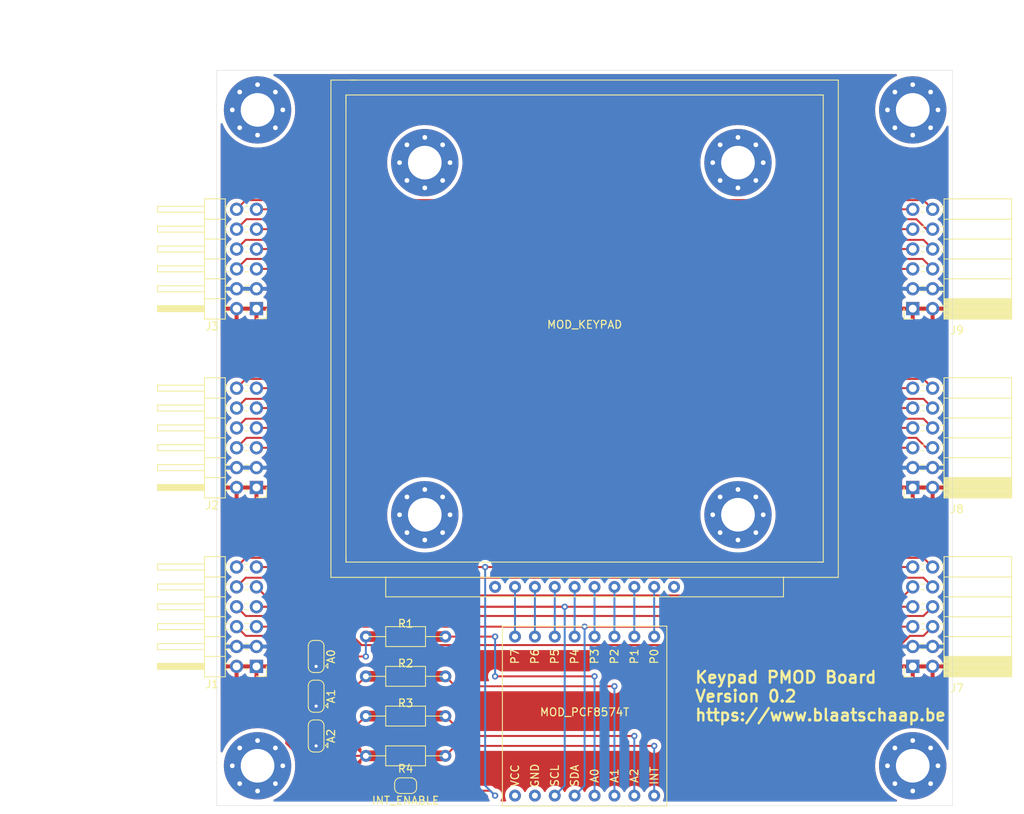
<source format=kicad_pcb>
(kicad_pcb (version 20211014) (generator pcbnew)
  (layers (0 "F.Cu" signal) (31 "B.Cu" signal) (34 "B.Paste" user "B.Plakken") (35 "F.Paste" user "F.Plakken") (36 "B.SilkS" user "B.Silkscreen") (37 "F.SilkS" user "F.Silkscreen") (38 "B.Mask" user) (39 "F.Mask" user "F. masker") (44 "Edge.Cuts" user))
  (net 0 "")
  (net 1 "SCL")
  (net 2 "SDA")
  (net 3 "GND")
  (net 4 "VCC")
  (net 5 "Net-(JP2-Pad2)")
  (net 6 "PMOD_UART_INT")
  (net 7 "PMOD_UART_CTS")
  (net 8 "PMOD_UART_RESER")
  (net 9 "PMOD_UART_TXD")
  (net 10 "PMOD_UART_GPIO3")
  (net 11 "PMOD_UART_RXD")
  (net 12 "PMOD_UART_GPIO4")
  (net 13 "PMOD_UART_RTS")
  (net 14 "PMOD_SPI_INT")
  (net 15 "PMOD_SPI_CS")
  (net 16 "PMOD_SPI_RESET")
  (net 17 "PMOD_SPI_MOSI")
  (net 18 "PMOD_SPI_CS2")
  (net 19 "PMOD_SPI_MISO")
  (net 20 "PMOD_SPI_CS3")
  (net 21 "PMOD_SPI_SCK")
  (net 22 "Net-(U1-Pad16)")
  (net 23 "Net-(U1-Pad15)")
  (net 24 "Net-(U1-Pad14)")
  (net 25 "Net-(U1-Pad13)")
  (net 26 "Net-(U1-Pad12)")
  (net 27 "Net-(U1-Pad11)")
  (net 28 "Net-(U1-Pad10)")
  (net 29 "Net-(U1-Pad9)")
  (net 30 "PMOD_I2C_GPIO1")
  (net 31 "PMOD_I2C_INT")
  (net 32 "PMOD_I2C_GPIO2")
  (net 33 "PMOD_I2C_RESET")
  (net 34 "PMOD_I2C_GPIO3")
  (net 35 "PMOD_I2C_GPIO4")
  (net 36 "INT")
  (net 37 "A0")
  (net 38 "A1")
  (net 39 "Net-(JP3-Pad2)")
  (net 40 "A2")
  (net 41 "Net-(JP4-Pad2)")
  (footprint "Connector_PinHeader_2.54mm:PinHeader_2x06_P2.54mm_Horizontal" (layer "F.Cu") (at 63.5 119.38 180)
    (fp_text reference "J1" (at 5.655 -2.27) (layer "F.SilkS"))
    (fp_text value "Conn_02x06_Odd_Even")
    (pad "1" thru_hole rect (at 0 0 180) (size 1.7 1.7) (drill 1) (layers *.Cu *.Mask) (net 4 "VCC"))
    (pad "2" thru_hole oval (at 2.54 0 180) (size 1.7 1.7) (drill 1) (layers *.Cu *.Mask) (net 4 "VCC"))
    (pad "3" thru_hole oval (at 0 2.54 180) (size 1.7 1.7) (drill 1) (layers *.Cu *.Mask) (net 3 "GND"))
    (pad "4" thru_hole oval (at 2.54 2.54 180) (size 1.7 1.7) (drill 1) (layers *.Cu *.Mask) (net 3 "GND"))
    (pad "5" thru_hole oval (at 0 5.08 180) (size 1.7 1.7) (drill 1) (layers *.Cu *.Mask) (net 2 "SDA"))
    (pad "6" thru_hole oval (at 2.54 5.08 180) (size 1.7 1.7) (drill 1) (layers *.Cu *.Mask) (net 35 "PMOD_I2C_GPIO4"))
    (pad "7" thru_hole oval (at 0 7.62 180) (size 1.7 1.7) (drill 1) (layers *.Cu *.Mask) (net 1 "SCL"))
    (pad "8" thru_hole oval (at 2.54 7.62 180) (size 1.7 1.7) (drill 1) (layers *.Cu *.Mask) (net 34 "PMOD_I2C_GPIO3"))
    (pad "9" thru_hole oval (at 0 10.16 180) (size 1.7 1.7) (drill 1) (layers *.Cu *.Mask) (net 33 "PMOD_I2C_RESET"))
    (pad "10" thru_hole oval (at 2.54 10.16 180) (size 1.7 1.7) (drill 1) (layers *.Cu *.Mask) (net 32 "PMOD_I2C_GPIO2"))
    (pad "11" thru_hole oval (at 0 12.7 180) (size 1.7 1.7) (drill 1) (layers *.Cu *.Mask) (net 31 "PMOD_I2C_INT"))
    (pad "12" thru_hole oval (at 2.54 12.7 180) (size 1.7 1.7) (drill 1) (layers *.Cu *.Mask) (net 30 "PMOD_I2C_GPIO1"))
  )
  (footprint "Connector_PinHeader_2.54mm:PinHeader_2x06_P2.54mm_Horizontal" (layer "F.Cu") (at 63.5 96.52 180)
    (fp_text reference "J2" (at 5.655 -2.27) (layer "F.SilkS"))
    (fp_text value "Conn_02x06_Odd_Even")
    (pad "1" thru_hole rect (at 0 0 180) (size 1.7 1.7) (drill 1) (layers *.Cu *.Mask) (net 4 "VCC"))
    (pad "2" thru_hole oval (at 2.54 0 180) (size 1.7 1.7) (drill 1) (layers *.Cu *.Mask) (net 4 "VCC"))
    (pad "3" thru_hole oval (at 0 2.54 180) (size 1.7 1.7) (drill 1) (layers *.Cu *.Mask) (net 3 "GND"))
    (pad "4" thru_hole oval (at 2.54 2.54 180) (size 1.7 1.7) (drill 1) (layers *.Cu *.Mask) (net 3 "GND"))
    (pad "5" thru_hole oval (at 0 5.08 180) (size 1.7 1.7) (drill 1) (layers *.Cu *.Mask) (net 13 "PMOD_UART_RTS"))
    (pad "6" thru_hole oval (at 2.54 5.08 180) (size 1.7 1.7) (drill 1) (layers *.Cu *.Mask) (net 12 "PMOD_UART_GPIO4"))
    (pad "7" thru_hole oval (at 0 7.62 180) (size 1.7 1.7) (drill 1) (layers *.Cu *.Mask) (net 11 "PMOD_UART_RXD"))
    (pad "8" thru_hole oval (at 2.54 7.62 180) (size 1.7 1.7) (drill 1) (layers *.Cu *.Mask) (net 10 "PMOD_UART_GPIO3"))
    (pad "9" thru_hole oval (at 0 10.16 180) (size 1.7 1.7) (drill 1) (layers *.Cu *.Mask) (net 9 "PMOD_UART_TXD"))
    (pad "10" thru_hole oval (at 2.54 10.16 180) (size 1.7 1.7) (drill 1) (layers *.Cu *.Mask) (net 8 "PMOD_UART_RESER"))
    (pad "11" thru_hole oval (at 0 12.7 180) (size 1.7 1.7) (drill 1) (layers *.Cu *.Mask) (net 7 "PMOD_UART_CTS"))
    (pad "12" thru_hole oval (at 2.54 12.7 180) (size 1.7 1.7) (drill 1) (layers *.Cu *.Mask) (net 6 "PMOD_UART_INT"))
  )
  (footprint "Connector_PinHeader_2.54mm:PinHeader_2x06_P2.54mm_Horizontal" (layer "F.Cu") (at 63.5 73.66 180)
    (fp_text reference "J3" (at 5.655 -2.27) (layer "F.SilkS"))
    (fp_text value "Conn_02x06_Odd_Even")
    (pad "1" thru_hole rect (at 0 0 180) (size 1.7 1.7) (drill 1) (layers *.Cu *.Mask) (net 4 "VCC"))
    (pad "2" thru_hole oval (at 2.54 0 180) (size 1.7 1.7) (drill 1) (layers *.Cu *.Mask) (net 4 "VCC"))
    (pad "3" thru_hole oval (at 0 2.54 180) (size 1.7 1.7) (drill 1) (layers *.Cu *.Mask) (net 3 "GND"))
    (pad "4" thru_hole oval (at 2.54 2.54 180) (size 1.7 1.7) (drill 1) (layers *.Cu *.Mask) (net 3 "GND"))
    (pad "5" thru_hole oval (at 0 5.08 180) (size 1.7 1.7) (drill 1) (layers *.Cu *.Mask) (net 21 "PMOD_SPI_SCK"))
    (pad "6" thru_hole oval (at 2.54 5.08 180) (size 1.7 1.7) (drill 1) (layers *.Cu *.Mask) (net 20 "PMOD_SPI_CS3"))
    (pad "7" thru_hole oval (at 0 7.62 180) (size 1.7 1.7) (drill 1) (layers *.Cu *.Mask) (net 19 "PMOD_SPI_MISO"))
    (pad "8" thru_hole oval (at 2.54 7.62 180) (size 1.7 1.7) (drill 1) (layers *.Cu *.Mask) (net 18 "PMOD_SPI_CS2"))
    (pad "9" thru_hole oval (at 0 10.16 180) (size 1.7 1.7) (drill 1) (layers *.Cu *.Mask) (net 17 "PMOD_SPI_MOSI"))
    (pad "10" thru_hole oval (at 2.54 10.16 180) (size 1.7 1.7) (drill 1) (layers *.Cu *.Mask) (net 16 "PMOD_SPI_RESET"))
    (pad "11" thru_hole oval (at 0 12.7 180) (size 1.7 1.7) (drill 1) (layers *.Cu *.Mask) (net 15 "PMOD_SPI_CS"))
    (pad "12" thru_hole oval (at 2.54 12.7 180) (size 1.7 1.7) (drill 1) (layers *.Cu *.Mask) (net 14 "PMOD_SPI_INT"))
  )
  (footprint "MountingHole:MountingHole_4.3mm_M4_Pad_Via" (layer "F.Cu") (at 63.64 48.26)
    (fp_text reference "H1" hide)
    (fp_text value "MountingHole")
    (pad "1" thru_hole circle (at -2.280419 2.280419) (size 0.9 0.9) (drill 0.6) (layers *.Cu *.Mask))
    (pad "1" thru_hole circle (at -3.225 0) (size 0.9 0.9) (drill 0.6) (layers *.Cu *.Mask))
    (pad "1" thru_hole circle (at 0 -3.225) (size 0.9 0.9) (drill 0.6) (layers *.Cu *.Mask))
    (pad "1" thru_hole circle (at 0 3.225) (size 0.9 0.9) (drill 0.6) (layers *.Cu *.Mask))
    (pad "1" thru_hole circle (at 2.280419 2.280419) (size 0.9 0.9) (drill 0.6) (layers *.Cu *.Mask))
    (pad "1" thru_hole circle (at 3.225 0) (size 0.9 0.9) (drill 0.6) (layers *.Cu *.Mask))
    (pad "1" thru_hole circle (at 2.280419 -2.280419) (size 0.9 0.9) (drill 0.6) (layers *.Cu *.Mask))
    (pad "1" thru_hole circle (at -2.280419 -2.280419) (size 0.9 0.9) (drill 0.6) (layers *.Cu *.Mask))
    (pad "1" thru_hole circle (at 0 0) (size 8.6 8.6) (drill 4.3) (layers *.Cu *.Mask))
  )
  (footprint "MountingHole:MountingHole_4.3mm_M4_Pad_Via" (layer "F.Cu") (at 63.64 132.08)
    (fp_text reference "H2" hide)
    (fp_text value "MountingHole")
    (pad "1" thru_hole circle (at 0 -3.225) (size 0.9 0.9) (drill 0.6) (layers *.Cu *.Mask))
    (pad "1" thru_hole circle (at 0 3.225) (size 0.9 0.9) (drill 0.6) (layers *.Cu *.Mask))
    (pad "1" thru_hole circle (at -3.225 0) (size 0.9 0.9) (drill 0.6) (layers *.Cu *.Mask))
    (pad "1" thru_hole circle (at 3.225 0) (size 0.9 0.9) (drill 0.6) (layers *.Cu *.Mask))
    (pad "1" thru_hole circle (at 0 0) (size 8.6 8.6) (drill 4.3) (layers *.Cu *.Mask))
    (pad "1" thru_hole circle (at -2.280419 -2.280419) (size 0.9 0.9) (drill 0.6) (layers *.Cu *.Mask))
    (pad "1" thru_hole circle (at 2.280419 -2.280419) (size 0.9 0.9) (drill 0.6) (layers *.Cu *.Mask))
    (pad "1" thru_hole circle (at 2.280419 2.280419) (size 0.9 0.9) (drill 0.6) (layers *.Cu *.Mask))
    (pad "1" thru_hole circle (at -2.280419 2.280419) (size 0.9 0.9) (drill 0.6) (layers *.Cu *.Mask))
  )
  (footprint "AvS_Modules:MOD_PCF8574T" (layer "F.Cu") (at 105.41 125.73)
    (fp_text reference "U1" hide)
    (fp_text value "MOD_PCF8574T" (at 0 -0.5) (layer "F.SilkS"))
    (fp_text user "P5" (at -3.81 -7.62 90) (layer "F.SilkS"))
    (fp_text user "A2" (at 6.35 7.62 90) (layer "F.SilkS"))
    (fp_text user "P0" (at 8.89 -7.62 90) (layer "F.SilkS"))
    (fp_text user "SCL" (at -3.81 7.62 90) (layer "F.SilkS"))
    (fp_text user "P7" (at -8.89 -7.62 90) (layer "F.SilkS"))
    (fp_text user "P4" (at -1.27 -7.62 90) (layer "F.SilkS"))
    (fp_text user "P6" (at -6.35 -7.62 90) (layer "F.SilkS"))
    (fp_text user "A1" (at 3.81 7.62 90) (layer "F.SilkS"))
    (fp_text user "A0" (at 1.27 7.62 90) (layer "F.SilkS"))
    (fp_text user "SDA" (at -1.27 7.62 90) (layer "F.SilkS"))
    (fp_text user "P2" (at 3.81 -7.62 90) (layer "F.SilkS"))
    (fp_text user "INT" (at 8.89 7.62 90) (layer "F.SilkS"))
    (fp_text user "GND" (at -6.35 7.62 90) (layer "F.SilkS"))
    (fp_text user "P1" (at 6.35 -7.62 90) (layer "F.SilkS"))
    (fp_text user "P3" (at 1.27 -7.62 90) (layer "F.SilkS"))
    (fp_text user "VCC" (at -8.89 7.62 90) (layer "F.SilkS"))
    (pad "1" thru_hole circle (at -8.89 10.16) (size 1.524 1.524) (drill 0.762) (layers *.Cu *.Mask))
    (pad "2" thru_hole circle (at -6.35 10.16) (size 1.524 1.524) (drill 0.762) (layers *.Cu *.Mask))
    (pad "3" thru_hole circle (at -3.81 10.16) (size 1.524 1.524) (drill 0.762) (layers *.Cu *.Mask) (net 1 "SCL"))
    (pad "4" thru_hole circle (at -1.27 10.16) (size 1.524 1.524) (drill 0.762) (layers *.Cu *.Mask) (net 2 "SDA"))
    (pad "5" thru_hole circle (at 1.27 10.16) (size 1.524 1.524) (drill 0.762) (layers *.Cu *.Mask) (net 37 "A0"))
    (pad "6" thru_hole circle (at 3.81 10.16) (size 1.524 1.524) (drill 0.762) (layers *.Cu *.Mask) (net 38 "A1"))
    (pad "7" thru_hole circle (at 6.35 10.16) (size 1.524 1.524) (drill 0.762) (layers *.Cu *.Mask) (net 40 "A2"))
    (pad "8" thru_hole circle (at 8.89 10.16) (size 1.524 1.524) (drill 0.762) (layers *.Cu *.Mask) (net 36 "INT"))
    (pad "9" thru_hole circle (at 8.89 -10.16) (size 1.524 1.524) (drill 0.762) (layers *.Cu *.Mask) (net 29 "Net-(U1-Pad9)"))
    (pad "10" thru_hole circle (at 6.35 -10.16) (size 1.524 1.524) (drill 0.762) (layers *.Cu *.Mask) (net 28 "Net-(U1-Pad10)"))
    (pad "11" thru_hole circle (at 3.81 -10.16) (size 1.524 1.524) (drill 0.762) (layers *.Cu *.Mask) (net 27 "Net-(U1-Pad11)"))
    (pad "12" thru_hole circle (at 1.27 -10.16) (size 1.524 1.524) (drill 0.762) (layers *.Cu *.Mask) (net 26 "Net-(U1-Pad12)"))
    (pad "13" thru_hole circle (at -1.27 -10.16) (size 1.524 1.524) (drill 0.762) (layers *.Cu *.Mask) (net 25 "Net-(U1-Pad13)"))
    (pad "14" thru_hole circle (at -3.81 -10.16) (size 1.524 1.524) (drill 0.762) (layers *.Cu *.Mask) (net 24 "Net-(U1-Pad14)"))
    (pad "15" thru_hole circle (at -6.35 -10.16) (size 1.524 1.524) (drill 0.762) (layers *.Cu *.Mask) (net 23 "Net-(U1-Pad15)"))
    (pad "16" thru_hole circle (at -8.89 -10.16) (size 1.524 1.524) (drill 0.762) (layers *.Cu *.Mask) (net 22 "Net-(U1-Pad16)"))
  )
  (footprint "AvS_Modules:MOD_KEYPAD" (layer "F.Cu") (at 105.41 76.2)
    (fp_text reference "U3" hide)
    (fp_text value "MOD_KEYPAD" (at 0 -0.5) (layer "F.SilkS"))
    (pad "1" thru_hole circle locked (at -11.43 33.02) (size 1.524 1.524) (drill 0.762) (layers *.Cu *.Mask))
    (pad "2" thru_hole circle locked (at -8.89 33.02) (size 1.524 1.524) (drill 0.762) (layers *.Cu *.Mask) (net 22 "Net-(U1-Pad16)"))
    (pad "3" thru_hole circle locked (at -6.35 33.02) (size 1.524 1.524) (drill 0.762) (layers *.Cu *.Mask) (net 23 "Net-(U1-Pad15)"))
    (pad "4" thru_hole circle locked (at -3.81 33.02) (size 1.524 1.524) (drill 0.762) (layers *.Cu *.Mask) (net 24 "Net-(U1-Pad14)"))
    (pad "5" thru_hole circle locked (at -1.27 33.02) (size 1.524 1.524) (drill 0.762) (layers *.Cu *.Mask) (net 25 "Net-(U1-Pad13)"))
    (pad "6" thru_hole circle locked (at 1.27 33.02) (size 1.524 1.524) (drill 0.762) (layers *.Cu *.Mask) (net 26 "Net-(U1-Pad12)"))
    (pad "7" thru_hole circle locked (at 3.81 33.02) (size 1.524 1.524) (drill 0.762) (layers *.Cu *.Mask) (net 27 "Net-(U1-Pad11)"))
    (pad "8" thru_hole circle locked (at 6.35 33.02) (size 1.524 1.524) (drill 0.762) (layers *.Cu *.Mask) (net 28 "Net-(U1-Pad10)"))
    (pad "9" thru_hole circle locked (at 8.89 33.02) (size 1.524 1.524) (drill 0.762) (layers *.Cu *.Mask) (net 29 "Net-(U1-Pad9)"))
    (pad "10" thru_hole circle locked (at 11.43 33.02) (size 1.524 1.524) (drill 0.762) (layers *.Cu *.Mask))
  )
  (footprint "AvS_Combine_THT_SMD:R_SMD0805_THT4E" (layer "F.Cu") (at 82.55 115.57)
    (fp_text reference "R1" (at 0 -1.65) (layer "F.SilkS"))
    (fp_text value "R_Small")
    (fp_poly (pts (xy 5.08 0.635) (xy 1.27 0.635) (xy 1.27 -0.635) (xy 5.08 -0.635)) (layer "F.Cu") (width 0.1) (fill solid))
    (fp_poly (pts (xy -1.27 0.635) (xy -5.08 0.635) (xy -5.08 -0.635) (xy -1.27 -0.635)) (layer "F.Cu") (width 0.1) (fill solid))
    (pad "1" smd roundrect locked (at -1 0) (size 1.2 1.4) (layers "F.Cu" "F.Paste" "F.Mask") (roundrect_rratio 0.2083325) (net 5 "Net-(JP2-Pad2)"))
    (pad "1" thru_hole circle locked (at -5.08 0) (size 1.524 1.524) (drill 0.762) (layers *.Cu *.Mask) (net 5 "Net-(JP2-Pad2)"))
    (pad "2" smd roundrect locked (at 1 0) (size 1.2 1.4) (layers "F.Cu" "F.Paste" "F.Mask") (roundrect_rratio 0.2083325) (net 37 "A0"))
    (pad "2" thru_hole circle locked (at 5.08 0) (size 1.524 1.524) (drill 0.762) (layers *.Cu *.Mask) (net 37 "A0"))
  )
  (footprint "AvS_Combine_THT_SMD:R_SMD0805_THT4E" (layer "F.Cu") (at 82.55 120.65)
    (fp_text reference "R2" (at 0 -1.65) (layer "F.SilkS"))
    (fp_text value "R_Small")
    (fp_poly (pts (xy -1.27 0.635) (xy -5.08 0.635) (xy -5.08 -0.635) (xy -1.27 -0.635)) (layer "F.Cu") (width 0.1) (fill solid))
    (fp_poly (pts (xy 5.08 0.635) (xy 1.27 0.635) (xy 1.27 -0.635) (xy 5.08 -0.635)) (layer "F.Cu") (width 0.1) (fill solid))
    (pad "1" thru_hole circle locked (at -5.08 0) (size 1.524 1.524) (drill 0.762) (layers *.Cu *.Mask) (net 39 "Net-(JP3-Pad2)"))
    (pad "1" smd roundrect locked (at -1 0) (size 1.2 1.4) (layers "F.Cu" "F.Paste" "F.Mask") (roundrect_rratio 0.2083325) (net 39 "Net-(JP3-Pad2)"))
    (pad "2" smd roundrect locked (at 1 0) (size 1.2 1.4) (layers "F.Cu" "F.Paste" "F.Mask") (roundrect_rratio 0.2083325) (net 38 "A1"))
    (pad "2" thru_hole circle locked (at 5.08 0) (size 1.524 1.524) (drill 0.762) (layers *.Cu *.Mask) (net 38 "A1"))
  )
  (footprint "AvS_Combine_THT_SMD:R_SMD0805_THT4E" (layer "F.Cu") (at 82.55 125.73)
    (fp_text reference "R3" (at 0 -1.65) (layer "F.SilkS"))
    (fp_text value "R_Small")
    (fp_poly (pts (xy 5.08 0.635) (xy 1.27 0.635) (xy 1.27 -0.635) (xy 5.08 -0.635)) (layer "F.Cu") (width 0.1) (fill solid))
    (fp_poly (pts (xy -1.27 0.635) (xy -5.08 0.635) (xy -5.08 -0.635) (xy -1.27 -0.635)) (layer "F.Cu") (width 0.1) (fill solid))
    (pad "1" thru_hole circle locked (at -5.08 0) (size 1.524 1.524) (drill 0.762) (layers *.Cu *.Mask) (net 41 "Net-(JP4-Pad2)"))
    (pad "1" smd roundrect locked (at -1 0) (size 1.2 1.4) (layers "F.Cu" "F.Paste" "F.Mask") (roundrect_rratio 0.2083325) (net 41 "Net-(JP4-Pad2)"))
    (pad "2" thru_hole circle locked (at 5.08 0) (size 1.524 1.524) (drill 0.762) (layers *.Cu *.Mask) (net 40 "A2"))
    (pad "2" smd roundrect locked (at 1 0) (size 1.2 1.4) (layers "F.Cu" "F.Paste" "F.Mask") (roundrect_rratio 0.2083325) (net 40 "A2"))
  )
  (footprint "AvS_Combine_THT_SMD:R_SMD0805_THT4E" (layer "F.Cu") (at 82.55 130.81 180)
    (fp_text reference "R4" (at 0 -1.65) (layer "F.SilkS"))
    (fp_text value "R_Small")
    (fp_poly (pts (xy 5.08 0.635) (xy 1.27 0.635) (xy 1.27 -0.635) (xy 5.08 -0.635)) (layer "F.Cu") (width 0.1) (fill solid))
    (fp_poly (pts (xy -1.27 0.635) (xy -5.08 0.635) (xy -5.08 -0.635) (xy -1.27 -0.635)) (layer "F.Cu") (width 0.1) (fill solid))
    (pad "1" thru_hole circle locked (at -5.08 0 180) (size 1.524 1.524) (drill 0.762) (layers *.Cu *.Mask) (net 36 "INT"))
    (pad "1" smd roundrect locked (at -1 0 180) (size 1.2 1.4) (layers "F.Cu" "F.Paste" "F.Mask") (roundrect_rratio 0.2083325) (net 36 "INT"))
    (pad "2" smd roundrect locked (at 1 0 180) (size 1.2 1.4) (layers "F.Cu" "F.Paste" "F.Mask") (roundrect_rratio 0.2083325) (net 4 "VCC"))
    (pad "2" thru_hole circle locked (at 5.08 0 180) (size 1.524 1.524) (drill 0.762) (layers *.Cu *.Mask) (net 4 "VCC"))
  )
  (footprint "Jumper:SolderJumper-3_P1.3mm_Open_RoundedPad1.0x1.5mm" (layer "F.Cu") (at 71.12 118.11 90)
    (fp_text reference "JP2" hide)
    (fp_text value "A0" (at 0 1.9 90) (layer "F.SilkS"))
    (pad "1" smd custom (at -1.3 0 90) (size 1 0.5) (layers "F.Cu" "F.Mask") (net 3 "GND") (options (clearance outline) (anchor rect)) (primitives (gr_circle (center 0 0.25) (end 0.5 0.25) (width 0) (fill yes)) (gr_circle (center 0 -0.25) (end 0.5 -0.25) (width 0) (fill yes)) (gr_poly (pts (xy 0.55 0.75) (xy 0 0.75) (xy 0 -0.75) (xy 0.55 -0.75)) (width 0) (fill yes))))
    (pad "2" smd rect (at 0 0 90) (size 1 1.5) (layers "F.Cu" "F.Mask") (net 5 "Net-(JP2-Pad2)"))
    (pad "3" smd custom (at 1.3 0 90) (size 1 0.5) (layers "F.Cu" "F.Mask") (net 4 "VCC") (options (clearance outline) (anchor rect)) (primitives (gr_circle (center 0 0.25) (end 0.5 0.25) (width 0) (fill yes)) (gr_circle (center 0 -0.25) (end 0.5 -0.25) (width 0) (fill yes)) (gr_poly (pts (xy 0 0.75) (xy -0.55 0.75) (xy -0.55 -0.75) (xy 0 -0.75)) (width 0) (fill yes))))
  )
  (footprint "Jumper:SolderJumper-3_P1.3mm_Open_RoundedPad1.0x1.5mm" (layer "F.Cu") (at 71.12 123.19 90)
    (fp_text reference "JP3" hide)
    (fp_text value "A1" (at 0 1.9 90) (layer "F.SilkS"))
    (pad "1" smd custom (at -1.3 0 90) (size 1 0.5) (layers "F.Cu" "F.Mask") (net 3 "GND") (options (clearance outline) (anchor rect)) (primitives (gr_circle (center 0 0.25) (end 0.5 0.25) (width 0) (fill yes)) (gr_circle (center 0 -0.25) (end 0.5 -0.25) (width 0) (fill yes)) (gr_poly (pts (xy 0.55 0.75) (xy 0 0.75) (xy 0 -0.75) (xy 0.55 -0.75)) (width 0) (fill yes))))
    (pad "2" smd rect (at 0 0 90) (size 1 1.5) (layers "F.Cu" "F.Mask") (net 39 "Net-(JP3-Pad2)"))
    (pad "3" smd custom (at 1.3 0 90) (size 1 0.5) (layers "F.Cu" "F.Mask") (net 4 "VCC") (options (clearance outline) (anchor rect)) (primitives (gr_circle (center 0 0.25) (end 0.5 0.25) (width 0) (fill yes)) (gr_circle (center 0 -0.25) (end 0.5 -0.25) (width 0) (fill yes)) (gr_poly (pts (xy 0 0.75) (xy -0.55 0.75) (xy -0.55 -0.75) (xy 0 -0.75)) (width 0) (fill yes))))
  )
  (footprint "Jumper:SolderJumper-3_P1.3mm_Open_RoundedPad1.0x1.5mm" (layer "F.Cu") (at 71.12 128.27 90)
    (fp_text reference "JP4" hide)
    (fp_text value "A2" (at 0 1.9 90) (layer "F.SilkS"))
    (pad "1" smd custom (at -1.3 0 90) (size 1 0.5) (layers "F.Cu" "F.Mask") (net 3 "GND") (options (clearance outline) (anchor rect)) (primitives (gr_circle (center 0 0.25) (end 0.5 0.25) (width 0) (fill yes)) (gr_circle (center 0 -0.25) (end 0.5 -0.25) (width 0) (fill yes)) (gr_poly (pts (xy 0.55 0.75) (xy 0 0.75) (xy 0 -0.75) (xy 0.55 -0.75)) (width 0) (fill yes))))
    (pad "2" smd rect (at 0 0 90) (size 1 1.5) (layers "F.Cu" "F.Mask") (net 41 "Net-(JP4-Pad2)"))
    (pad "3" smd custom (at 1.3 0 90) (size 1 0.5) (layers "F.Cu" "F.Mask") (net 4 "VCC") (options (clearance outline) (anchor rect)) (primitives (gr_circle (center 0 0.25) (end 0.5 0.25) (width 0) (fill yes)) (gr_circle (center 0 -0.25) (end 0.5 -0.25) (width 0) (fill yes)) (gr_poly (pts (xy 0 0.75) (xy -0.55 0.75) (xy -0.55 -0.75) (xy 0 -0.75)) (width 0) (fill yes))))
  )
  (footprint "Connector_PinSocket_2.54mm:PinSocket_2x06_P2.54mm_Horizontal" (layer "F.Cu") (at 147.32 73.66 180)
    (fp_text reference "J9" (at -5.65 -2.77) (layer "F.SilkS"))
    (fp_text value "Conn_02x06_Odd_Even")
    (pad "1" thru_hole rect (at 0 0 180) (size 1.7 1.7) (drill 1) (layers *.Cu *.Mask) (net 4 "VCC"))
    (pad "2" thru_hole oval (at -2.54 0 180) (size 1.7 1.7) (drill 1) (layers *.Cu *.Mask) (net 4 "VCC"))
    (pad "3" thru_hole oval (at 0 2.54 180) (size 1.7 1.7) (drill 1) (layers *.Cu *.Mask) (net 3 "GND"))
    (pad "4" thru_hole oval (at -2.54 2.54 180) (size 1.7 1.7) (drill 1) (layers *.Cu *.Mask) (net 3 "GND"))
    (pad "5" thru_hole oval (at 0 5.08 180) (size 1.7 1.7) (drill 1) (layers *.Cu *.Mask) (net 21 "PMOD_SPI_SCK"))
    (pad "6" thru_hole oval (at -2.54 5.08 180) (size 1.7 1.7) (drill 1) (layers *.Cu *.Mask) (net 20 "PMOD_SPI_CS3"))
    (pad "7" thru_hole oval (at 0 7.62 180) (size 1.7 1.7) (drill 1) (layers *.Cu *.Mask) (net 19 "PMOD_SPI_MISO"))
    (pad "8" thru_hole oval (at -2.54 7.62 180) (size 1.7 1.7) (drill 1) (layers *.Cu *.Mask) (net 18 "PMOD_SPI_CS2"))
    (pad "9" thru_hole oval (at 0 10.16 180) (size 1.7 1.7) (drill 1) (layers *.Cu *.Mask) (net 17 "PMOD_SPI_MOSI"))
    (pad "10" thru_hole oval (at -2.54 10.16 180) (size 1.7 1.7) (drill 1) (layers *.Cu *.Mask) (net 16 "PMOD_SPI_RESET"))
    (pad "11" thru_hole oval (at 0 12.7 180) (size 1.7 1.7) (drill 1) (layers *.Cu *.Mask) (net 15 "PMOD_SPI_CS"))
    (pad "12" thru_hole oval (at -2.54 12.7 180) (size 1.7 1.7) (drill 1) (layers *.Cu *.Mask) (net 14 "PMOD_SPI_INT"))
  )
  (footprint "Connector_PinSocket_2.54mm:PinSocket_2x06_P2.54mm_Horizontal" (layer "F.Cu") (at 147.32 96.52 180)
    (fp_text reference "J8" (at -5.65 -2.77) (layer "F.SilkS"))
    (fp_text value "Conn_02x06_Odd_Even")
    (pad "1" thru_hole rect (at 0 0 180) (size 1.7 1.7) (drill 1) (layers *.Cu *.Mask) (net 4 "VCC"))
    (pad "2" thru_hole oval (at -2.54 0 180) (size 1.7 1.7) (drill 1) (layers *.Cu *.Mask) (net 4 "VCC"))
    (pad "3" thru_hole oval (at 0 2.54 180) (size 1.7 1.7) (drill 1) (layers *.Cu *.Mask) (net 3 "GND"))
    (pad "4" thru_hole oval (at -2.54 2.54 180) (size 1.7 1.7) (drill 1) (layers *.Cu *.Mask) (net 3 "GND"))
    (pad "5" thru_hole oval (at 0 5.08 180) (size 1.7 1.7) (drill 1) (layers *.Cu *.Mask) (net 13 "PMOD_UART_RTS"))
    (pad "6" thru_hole oval (at -2.54 5.08 180) (size 1.7 1.7) (drill 1) (layers *.Cu *.Mask) (net 12 "PMOD_UART_GPIO4"))
    (pad "7" thru_hole oval (at 0 7.62 180) (size 1.7 1.7) (drill 1) (layers *.Cu *.Mask) (net 11 "PMOD_UART_RXD"))
    (pad "8" thru_hole oval (at -2.54 7.62 180) (size 1.7 1.7) (drill 1) (layers *.Cu *.Mask) (net 10 "PMOD_UART_GPIO3"))
    (pad "9" thru_hole oval (at 0 10.16 180) (size 1.7 1.7) (drill 1) (layers *.Cu *.Mask) (net 9 "PMOD_UART_TXD"))
    (pad "10" thru_hole oval (at -2.54 10.16 180) (size 1.7 1.7) (drill 1) (layers *.Cu *.Mask) (net 8 "PMOD_UART_RESER"))
    (pad "11" thru_hole oval (at 0 12.7 180) (size 1.7 1.7) (drill 1) (layers *.Cu *.Mask) (net 7 "PMOD_UART_CTS"))
    (pad "12" thru_hole oval (at -2.54 12.7 180) (size 1.7 1.7) (drill 1) (layers *.Cu *.Mask) (net 6 "PMOD_UART_INT"))
  )
  (footprint "Connector_PinSocket_2.54mm:PinSocket_2x06_P2.54mm_Horizontal" (layer "F.Cu") (at 147.32 119.38 180)
    (fp_text reference "J7" (at -5.65 -2.77) (layer "F.SilkS"))
    (fp_text value "Conn_02x06_Odd_Even")
    (pad "1" thru_hole rect (at 0 0 180) (size 1.7 1.7) (drill 1) (layers *.Cu *.Mask) (net 4 "VCC"))
    (pad "2" thru_hole oval (at -2.54 0 180) (size 1.7 1.7) (drill 1) (layers *.Cu *.Mask) (net 4 "VCC"))
    (pad "3" thru_hole oval (at 0 2.54 180) (size 1.7 1.7) (drill 1) (layers *.Cu *.Mask) (net 3 "GND"))
    (pad "4" thru_hole oval (at -2.54 2.54 180) (size 1.7 1.7) (drill 1) (layers *.Cu *.Mask) (net 3 "GND"))
    (pad "5" thru_hole oval (at 0 5.08 180) (size 1.7 1.7) (drill 1) (layers *.Cu *.Mask) (net 2 "SDA"))
    (pad "6" thru_hole oval (at -2.54 5.08 180) (size 1.7 1.7) (drill 1) (layers *.Cu *.Mask) (net 35 "PMOD_I2C_GPIO4"))
    (pad "7" thru_hole oval (at 0 7.62 180) (size 1.7 1.7) (drill 1) (layers *.Cu *.Mask) (net 1 "SCL"))
    (pad "8" thru_hole oval (at -2.54 7.62 180) (size 1.7 1.7) (drill 1) (layers *.Cu *.Mask) (net 34 "PMOD_I2C_GPIO3"))
    (pad "9" thru_hole oval (at 0 10.16 180) (size 1.7 1.7) (drill 1) (layers *.Cu *.Mask) (net 33 "PMOD_I2C_RESET"))
    (pad "10" thru_hole oval (at -2.54 10.16 180) (size 1.7 1.7) (drill 1) (layers *.Cu *.Mask) (net 32 "PMOD_I2C_GPIO2"))
    (pad "11" thru_hole oval (at 0 12.7 180) (size 1.7 1.7) (drill 1) (layers *.Cu *.Mask) (net 31 "PMOD_I2C_INT"))
    (pad "12" thru_hole oval (at -2.54 12.7 180) (size 1.7 1.7) (drill 1) (layers *.Cu *.Mask) (net 30 "PMOD_I2C_GPIO1"))
  )
  (footprint "MountingHole:MountingHole_4.3mm_M4_Pad_Via" (layer "F.Cu") (at 147.32 132.08)
    (fp_text reference "H4" hide)
    (fp_text value "MountingHole")
    (pad "1" thru_hole circle (at 0 3.225) (size 0.9 0.9) (drill 0.6) (layers *.Cu *.Mask))
    (pad "1" thru_hole circle (at 0 0) (size 8.6 8.6) (drill 4.3) (layers *.Cu *.Mask))
    (pad "1" thru_hole circle (at 0 -3.225) (size 0.9 0.9) (drill 0.6) (layers *.Cu *.Mask))
    (pad "1" thru_hole circle (at 3.225 0) (size 0.9 0.9) (drill 0.6) (layers *.Cu *.Mask))
    (pad "1" thru_hole circle (at 2.280419 2.280419) (size 0.9 0.9) (drill 0.6) (layers *.Cu *.Mask))
    (pad "1" thru_hole circle (at -2.280419 2.280419) (size 0.9 0.9) (drill 0.6) (layers *.Cu *.Mask))
    (pad "1" thru_hole circle (at -2.280419 -2.280419) (size 0.9 0.9) (drill 0.6) (layers *.Cu *.Mask))
    (pad "1" thru_hole circle (at -3.225 0) (size 0.9 0.9) (drill 0.6) (layers *.Cu *.Mask))
    (pad "1" thru_hole circle (at 2.280419 -2.280419) (size 0.9 0.9) (drill 0.6) (layers *.Cu *.Mask))
  )
  (footprint "MountingHole:MountingHole_4.3mm_M4_Pad_Via" (layer "F.Cu") (at 147.32 48.26)
    (fp_text reference "H3" hide)
    (fp_text value "MountingHole")
    (pad "1" thru_hole circle (at -2.280419 -2.280419) (size 0.9 0.9) (drill 0.6) (layers *.Cu *.Mask))
    (pad "1" thru_hole circle (at -3.225 0) (size 0.9 0.9) (drill 0.6) (layers *.Cu *.Mask))
    (pad "1" thru_hole circle (at 2.280419 2.280419) (size 0.9 0.9) (drill 0.6) (layers *.Cu *.Mask))
    (pad "1" thru_hole circle (at 2.280419 -2.280419) (size 0.9 0.9) (drill 0.6) (layers *.Cu *.Mask))
    (pad "1" thru_hole circle (at -2.280419 2.280419) (size 0.9 0.9) (drill 0.6) (layers *.Cu *.Mask))
    (pad "1" thru_hole circle (at 0 -3.225) (size 0.9 0.9) (drill 0.6) (layers *.Cu *.Mask))
    (pad "1" thru_hole circle (at 3.225 0) (size 0.9 0.9) (drill 0.6) (layers *.Cu *.Mask))
    (pad "1" thru_hole circle (at 0 3.225) (size 0.9 0.9) (drill 0.6) (layers *.Cu *.Mask))
    (pad "1" thru_hole circle (at 0 0) (size 8.6 8.6) (drill 4.3) (layers *.Cu *.Mask))
  )
  (footprint "Jumper:SolderJumper-2_P1.3mm_Open_RoundedPad1.0x1.5mm" (layer "F.Cu") (at 82.55 134.62)
    (fp_text reference "JP1" hide)
    (fp_text value "INT_ENABLE" (at 0 1.9) (layer "F.SilkS"))
    (pad "1" smd custom (at -0.65 0) (size 1 0.5) (layers "F.Cu" "F.Mask") (net 31 "PMOD_I2C_INT") (options (clearance outline) (anchor rect)) (primitives (gr_circle (center 0 0.25) (end 0.5 0.25) (width 0) (fill yes)) (gr_circle (center 0 -0.25) (end 0.5 -0.25) (width 0) (fill yes)) (gr_poly (pts (xy 0.5 0.75) (xy 0 0.75) (xy 0 -0.75) (xy 0.5 -0.75)) (width 0) (fill yes))))
    (pad "2" smd custom (at 0.65 0) (size 1 0.5) (layers "F.Cu" "F.Mask") (net 36 "INT") (options (clearance outline) (anchor rect)) (primitives (gr_circle (center 0 0.25) (end 0.5 0.25) (width 0) (fill yes)) (gr_circle (center 0 -0.25) (end 0.5 -0.25) (width 0) (fill yes)) (gr_poly (pts (xy 0 0.75) (xy -0.5 0.75) (xy -0.5 -0.75) (xy 0 -0.75)) (width 0) (fill yes))))
  )
  (footprint "MountingHole:MountingHole_4.3mm_M4_Pad_Via" (layer "F.Cu") (at 85 55)
    (fp_text reference "H5" hide)
    (fp_text value "MountingHole")
    (pad "1" thru_hole circle (at -2.280419 -2.280419) (size 0.9 0.9) (drill 0.6) (layers *.Cu *.Mask))
    (pad "1" thru_hole circle (at 2.280419 -2.280419) (size 0.9 0.9) (drill 0.6) (layers *.Cu *.Mask))
    (pad "1" thru_hole circle (at 0 -3.225) (size 0.9 0.9) (drill 0.6) (layers *.Cu *.Mask))
    (pad "1" thru_hole circle (at -3.225 0) (size 0.9 0.9) (drill 0.6) (layers *.Cu *.Mask))
    (pad "1" thru_hole circle (at -2.280419 2.280419) (size 0.9 0.9) (drill 0.6) (layers *.Cu *.Mask))
    (pad "1" thru_hole circle (at 3.225 0) (size 0.9 0.9) (drill 0.6) (layers *.Cu *.Mask))
    (pad "1" thru_hole circle (at 0 3.225) (size 0.9 0.9) (drill 0.6) (layers *.Cu *.Mask))
    (pad "1" thru_hole circle (at 0 0) (size 8.6 8.6) (drill 4.3) (layers *.Cu *.Mask))
    (pad "1" thru_hole circle (at 2.280419 2.280419) (size 0.9 0.9) (drill 0.6) (layers *.Cu *.Mask))
  )
  (footprint "MountingHole:MountingHole_4.3mm_M4_Pad_Via" (layer "F.Cu") (at 125 55)
    (fp_text reference "H6" hide)
    (fp_text value "MountingHole")
    (pad "1" thru_hole circle (at 2.280419 -2.280419) (size 0.9 0.9) (drill 0.6) (layers *.Cu *.Mask))
    (pad "1" thru_hole circle (at 3.225 0) (size 0.9 0.9) (drill 0.6) (layers *.Cu *.Mask))
    (pad "1" thru_hole circle (at -2.280419 2.280419) (size 0.9 0.9) (drill 0.6) (layers *.Cu *.Mask))
    (pad "1" thru_hole circle (at -3.225 0) (size 0.9 0.9) (drill 0.6) (layers *.Cu *.Mask))
    (pad "1" thru_hole circle (at 2.280419 2.280419) (size 0.9 0.9) (drill 0.6) (layers *.Cu *.Mask))
    (pad "1" thru_hole circle (at 0 0) (size 8.6 8.6) (drill 4.3) (layers *.Cu *.Mask))
    (pad "1" thru_hole circle (at -2.280419 -2.280419) (size 0.9 0.9) (drill 0.6) (layers *.Cu *.Mask))
    (pad "1" thru_hole circle (at 0 -3.225) (size 0.9 0.9) (drill 0.6) (layers *.Cu *.Mask))
    (pad "1" thru_hole circle (at 0 3.225) (size 0.9 0.9) (drill 0.6) (layers *.Cu *.Mask))
  )
  (footprint "MountingHole:MountingHole_4.3mm_M4_Pad_Via" (layer "F.Cu") (at 85 100)
    (fp_text reference "H7" hide)
    (fp_text value "MountingHole")
    (pad "1" thru_hole circle (at 2.280419 2.280419) (size 0.9 0.9) (drill 0.6) (layers *.Cu *.Mask))
    (pad "1" thru_hole circle (at 2.280419 -2.280419) (size 0.9 0.9) (drill 0.6) (layers *.Cu *.Mask))
    (pad "1" thru_hole circle (at 3.225 0) (size 0.9 0.9) (drill 0.6) (layers *.Cu *.Mask))
    (pad "1" thru_hole circle (at 0 0) (size 8.6 8.6) (drill 4.3) (layers *.Cu *.Mask))
    (pad "1" thru_hole circle (at -2.280419 2.280419) (size 0.9 0.9) (drill 0.6) (layers *.Cu *.Mask))
    (pad "1" thru_hole circle (at 0 -3.225) (size 0.9 0.9) (drill 0.6) (layers *.Cu *.Mask))
    (pad "1" thru_hole circle (at -3.225 0) (size 0.9 0.9) (drill 0.6) (layers *.Cu *.Mask))
    (pad "1" thru_hole circle (at 0 3.225) (size 0.9 0.9) (drill 0.6) (layers *.Cu *.Mask))
    (pad "1" thru_hole circle (at -2.280419 -2.280419) (size 0.9 0.9) (drill 0.6) (layers *.Cu *.Mask))
  )
  (footprint "MountingHole:MountingHole_4.3mm_M4_Pad_Via" (layer "F.Cu") (at 125 100)
    (fp_text reference "H8" hide)
    (fp_text value "MountingHole")
    (pad "1" thru_hole circle (at -3.225 0) (size 0.9 0.9) (drill 0.6) (layers *.Cu *.Mask))
    (pad "1" thru_hole circle (at 0 0) (size 8.6 8.6) (drill 4.3) (layers *.Cu *.Mask))
    (pad "1" thru_hole circle (at 2.280419 2.280419) (size 0.9 0.9) (drill 0.6) (layers *.Cu *.Mask))
    (pad "1" thru_hole circle (at 0 3.225) (size 0.9 0.9) (drill 0.6) (layers *.Cu *.Mask))
    (pad "1" thru_hole circle (at 0 -3.225) (size 0.9 0.9) (drill 0.6) (layers *.Cu *.Mask))
    (pad "1" thru_hole circle (at -2.280419 -2.280419) (size 0.9 0.9) (drill 0.6) (layers *.Cu *.Mask))
    (pad "1" thru_hole circle (at 2.280419 -2.280419) (size 0.9 0.9) (drill 0.6) (layers *.Cu *.Mask))
    (pad "1" thru_hole circle (at 3.225 0) (size 0.9 0.9) (drill 0.6) (layers *.Cu *.Mask))
    (pad "1" thru_hole circle (at -2.280419 2.280419) (size 0.9 0.9) (drill 0.6) (layers *.Cu *.Mask))
  )
  (gr_line (start 152.4 43.18) (end 152.4 137.16) (layer "Edge.Cuts") (width 0.05))
  (gr_line (start 58.42 43.18) (end 152.4 43.18) (layer "Edge.Cuts") (width 0.05))
  (gr_line (start 58.42 137.16) (end 152.4 137.16) (layer "Edge.Cuts") (width 0.05))
  (gr_line (start 58.42 43.18) (end 58.42 137.16) (layer "Edge.Cuts") (width 0.05))
  (gr_text "Keypad PMOD Board\nVersion 0.2\nhttps://www.blaatschaap.be" (at 119.38 123.19) (layer "F.SilkS") (effects (font (size 1.5 1.5) (thickness 0.3)) (justify left)))
  (segment (start 63.5 111.76) (end 102.87 111.76) (width 0.25) (layer "F.Cu") (net 1))
  (segment (start 147.32 111.76) (end 63.5 111.76) (width 0.25) (layer "F.Cu") (net 1))
  (via (at 102.87 111.76) (size 0.8) (drill 0.4) (layers "F.Cu" "B.Cu") (net 1))
  (segment (start 101.6 135.89) (end 102.87 134.62) (width 0.25) (layer "B.Cu") (net 1))
  (segment (start 102.87 134.62) (end 102.87 111.76) (width 0.25) (layer "B.Cu") (net 1))
  (segment (start 63.5 114.3) (end 147.32 114.3) (width 0.25) (layer "F.Cu") (net 2))
  (via (at 105.41 114.3) (size 0.8) (drill 0.4) (layers "F.Cu" "B.Cu") (net 2))
  (segment (start 104.14 135.89) (end 105.41 134.62) (width 0.25) (layer "B.Cu") (net 2))
  (segment (start 105.41 134.62) (end 105.41 114.3) (width 0.25) (layer "B.Cu") (net 2))
  (via (at 71.12 124.46) (size 0.8) (drill 0.4) (layers "F.Cu" "B.Cu") (net 3))
  (via (at 71.12 119.38) (size 0.8) (drill 0.4) (layers "F.Cu" "B.Cu") (net 3))
  (via (at 71.12 129.54) (size 0.8) (drill 0.4) (layers "F.Cu" "B.Cu") (net 3))
  (segment (start 68.61 121.89) (end 67.31 123.19) (width 0.25) (layer "F.Cu") (net 4))
  (segment (start 68.61 126.97) (end 67.31 128.27) (width 0.25) (layer "F.Cu") (net 4))
  (segment (start 68.55 126.97) (end 68.61 126.97) (width 0.25) (layer "F.Cu") (net 4))
  (segment (start 68.61 126.97) (end 71.12 126.97) (width 0.25) (layer "F.Cu") (net 4))
  (segment (start 67.31 123.19) (end 67.31 125.73) (width 0.25) (layer "F.Cu") (net 4))
  (segment (start 67.31 125.73) (end 68.55 126.97) (width 0.25) (layer "F.Cu") (net 4))
  (segment (start 67.31 129.209953) (end 68.910047 130.81) (width 0.25) (layer "F.Cu") (net 4))
  (segment (start 68.910047 130.81) (end 77.47 130.81) (width 0.25) (layer "F.Cu") (net 4))
  (segment (start 68.58 121.92) (end 68.61 121.89) (width 0.25) (layer "F.Cu") (net 4))
  (segment (start 81.55 130.81) (end 77.47 130.81) (width 0.25) (layer "F.Cu") (net 4))
  (segment (start 68.61 121.89) (end 71.12 121.89) (width 0.25) (layer "F.Cu") (net 4))
  (segment (start 67.31 120.65) (end 68.58 121.92) (width 0.25) (layer "F.Cu") (net 4))
  (segment (start 71.12 116.81) (end 68.61 116.81) (width 0.25) (layer "F.Cu") (net 4))
  (segment (start 67.31 128.27) (end 67.31 129.209953) (width 0.25) (layer "F.Cu") (net 4))
  (segment (start 67.31 118.11) (end 67.31 120.65) (width 0.25) (layer "F.Cu") (net 4))
  (segment (start 68.61 116.81) (end 67.31 118.11) (width 0.25) (layer "F.Cu") (net 4))
  (segment (start 81.55 115.57) (end 77.47 115.57) (width 0.25) (layer "F.Cu") (net 5))
  (segment (start 71.12 118.11) (end 77.47 118.11) (width 0.25) (layer "F.Cu") (net 5))
  (via (at 77.47 118.11) (size 0.8) (drill 0.4) (layers "F.Cu" "B.Cu") (net 5))
  (segment (start 77.47 118.11) (end 77.47 115.57) (width 0.25) (layer "B.Cu") (net 5))
  (segment (start 149.86 83.82) (end 148.684999 82.644999) (width 0.25) (layer "F.Cu") (net 6))
  (segment (start 62.135001 82.644999) (end 60.96 83.82) (width 0.25) (layer "F.Cu") (net 6))
  (segment (start 148.684999 82.644999) (end 62.135001 82.644999) (width 0.25) (layer "F.Cu") (net 6))
  (segment (start 63.5 83.82) (end 147.32 83.82) (width 0.25) (layer "F.Cu") (net 7))
  (segment (start 62.135001 85.184999) (end 148.684999 85.184999) (width 0.25) (layer "F.Cu") (net 8))
  (segment (start 148.684999 85.184999) (end 149.86 86.36) (width 0.25) (layer "F.Cu") (net 8))
  (segment (start 60.96 86.36) (end 62.135001 85.184999) (width 0.25) (layer "F.Cu") (net 8))
  (segment (start 147.32 86.36) (end 63.5 86.36) (width 0.25) (layer "F.Cu") (net 9))
  (segment (start 62.135001 87.724999) (end 60.96 88.9) (width 0.25) (layer "F.Cu") (net 10))
  (segment (start 148.684999 87.724999) (end 62.135001 87.724999) (width 0.25) (layer "F.Cu") (net 10))
  (segment (start 149.86 88.9) (end 148.684999 87.724999) (width 0.25) (layer "F.Cu") (net 10))
  (segment (start 63.5 88.9) (end 147.32 88.9) (width 0.25) (layer "F.Cu") (net 11))
  (segment (start 62.23 90.17) (end 147.789002 90.17) (width 0.25) (layer "F.Cu") (net 12))
  (segment (start 147.789002 90.17) (end 149.059002 91.44) (width 0.25) (layer "F.Cu") (net 12))
  (segment (start 149.059002 91.44) (end 149.86 91.44) (width 0.25) (layer "F.Cu") (net 12))
  (segment (start 60.96 91.44) (end 62.23 90.17) (width 0.25) (layer "F.Cu") (net 12))
  (segment (start 147.32 91.44) (end 63.5 91.44) (width 0.25) (layer "F.Cu") (net 13))
  (segment (start 148.684999 59.784999) (end 62.135001 59.784999) (width 0.25) (layer "F.Cu") (net 14))
  (segment (start 149.86 60.96) (end 148.684999 59.784999) (width 0.25) (layer "F.Cu") (net 14))
  (segment (start 62.135001 59.784999) (end 60.96 60.96) (width 0.25) (layer "F.Cu") (net 14))
  (segment (start 63.5 60.96) (end 147.32 60.96) (width 0.25) (layer "F.Cu") (net 15))
  (segment (start 60.96 63.5) (end 62.23 62.23) (width 0.25) (layer "F.Cu") (net 16))
  (segment (start 147.789002 62.23) (end 149.059002 63.5) (width 0.25) (layer "F.Cu") (net 16))
  (segment (start 62.23 62.23) (end 147.789002 62.23) (width 0.25) (layer "F.Cu") (net 16))
  (segment (start 149.059002 63.5) (end 149.86 63.5) (width 0.25) (layer "F.Cu") (net 16))
  (segment (start 147.32 63.5) (end 63.5 63.5) (width 0.25) (layer "F.Cu") (net 17))
  (segment (start 62.135001 64.864999) (end 60.96 66.04) (width 0.25) (layer "F.Cu") (net 18))
  (segment (start 148.684999 64.864999) (end 62.135001 64.864999) (width 0.25) (layer "F.Cu") (net 18))
  (segment (start 149.86 66.04) (end 148.684999 64.864999) (width 0.25) (layer "F.Cu") (net 18))
  (segment (start 63.5 66.04) (end 147.32 66.04) (width 0.25) (layer "F.Cu") (net 19))
  (segment (start 62.23 67.31) (end 148.59 67.31) (width 0.25) (layer "F.Cu") (net 20))
  (segment (start 148.59 67.31) (end 149.86 68.58) (width 0.25) (layer "F.Cu") (net 20))
  (segment (start 60.96 68.58) (end 62.23 67.31) (width 0.25) (layer "F.Cu") (net 20))
  (segment (start 147.32 68.58) (end 63.5 68.58) (width 0.25) (layer "F.Cu") (net 21))
  (segment (start 96.52 109.22) (end 96.52 115.57) (width 0.25) (layer "B.Cu") (net 22))
  (segment (start 99.06 109.22) (end 99.06 115.57) (width 0.25) (layer "B.Cu") (net 23))
  (segment (start 101.6 109.22) (end 101.6 115.57) (width 0.25) (layer "B.Cu") (net 24))
  (segment (start 104.14 109.22) (end 104.14 115.57) (width 0.25) (layer "B.Cu") (net 25))
  (segment (start 106.68 109.22) (end 106.68 115.57) (width 0.25) (layer "B.Cu") (net 26))
  (segment (start 109.22 109.22) (end 109.22 115.57) (width 0.25) (layer "B.Cu") (net 27))
  (segment (start 111.76 109.22) (end 111.76 115.57) (width 0.25) (layer "B.Cu") (net 28))
  (segment (start 114.3 115.57) (end 114.3 109.22) (width 0.25) (layer "B.Cu") (net 29))
  (segment (start 62.135001 105.504999) (end 60.96 106.68) (width 0.25) (layer "F.Cu") (net 30))
  (segment (start 149.86 106.68) (end 148.684999 105.504999) (width 0.25) (layer "F.Cu") (net 30))
  (segment (start 148.684999 105.504999) (end 62.135001 105.504999) (width 0.25) (layer "F.Cu") (net 30))
  (segment (start 92.71 106.68) (end 147.32 106.68) (width 0.25) (layer "F.Cu") (net 31))
  (segment (start 91.01499 135.69501) (end 82.227418 135.69501) (width 0.25) (layer "F.Cu") (net 31))
  (segment (start 91.44 135.27) (end 93.36 135.27) (width 0.25) (layer "F.Cu") (net 31))
  (segment (start 63.5 106.68) (end 92.71 106.68) (width 0.25) (layer "F.Cu") (net 31))
  (segment (start 82.227418 135.69501) (end 81.9 135.367592) (width 0.25) (layer "F.Cu") (net 31))
  (segment (start 91.44 135.27) (end 91.01499 135.69501) (width 0.25) (layer "F.Cu") (net 31))
  (segment (start 93.36 135.27) (end 93.98 135.89) (width 0.25) (layer "F.Cu") (net 31))
  (segment (start 81.9 135.367592) (end 81.9 134.62) (width 0.25) (layer "F.Cu") (net 31))
  (via (at 93.98 135.89) (size 0.8) (drill 0.4) (layers "F.Cu" "B.Cu") (net 31))
  (via (at 92.71 106.68) (size 0.8) (drill 0.4) (layers "F.Cu" "B.Cu") (net 31))
  (segment (start 92.71 134.62) (end 92.71 106.68) (width 0.25) (layer "B.Cu") (net 31))
  (segment (start 93.98 135.89) (end 92.71 134.62) (width 0.25) (layer "B.Cu") (net 31))
  (segment (start 60.96 109.22) (end 62.135001 108.044999) (width 0.25) (layer "F.Cu") (net 32))
  (segment (start 148.684999 108.044999) (end 149.86 109.22) (width 0.25) (layer "F.Cu") (net 32))
  (segment (start 62.135001 108.044999) (end 148.684999 108.044999) (width 0.25) (layer "F.Cu") (net 32))
  (segment (start 63.5 109.22) (end 64.587001 110.307001) (width 0.25) (layer "F.Cu") (net 33))
  (segment (start 146.232999 110.307001) (end 147.32 109.22) (width 0.25) (layer "F.Cu") (net 33))
  (segment (start 64.587001 110.307001) (end 146.232999 110.307001) (width 0.25) (layer "F.Cu") (net 33))
  (segment (start 62.135001 112.935001) (end 60.96 111.76) (width 0.25) (layer "F.Cu") (net 34))
  (segment (start 148.684999 112.935001) (end 62.135001 112.935001) (width 0.25) (layer "F.Cu") (net 34))
  (segment (start 149.86 111.76) (end 148.684999 112.935001) (width 0.25) (layer "F.Cu") (net 34))
  (segment (start 62.135001 115.475001) (end 75.766239 115.475001) (width 0.25) (layer "F.Cu") (net 35))
  (segment (start 60.96 114.3) (end 62.135001 115.475001) (width 0.25) (layer "F.Cu") (net 35))
  (segment (start 148.684999 115.475001) (end 149.86 114.3) (width 0.25) (layer "F.Cu") (net 35))
  (segment (start 145.763997 116.657001) (end 146.945997 115.475001) (width 0.25) (layer "F.Cu") (net 35))
  (segment (start 146.945997 115.475001) (end 148.684999 115.475001) (width 0.25) (layer "F.Cu") (net 35))
  (segment (start 76.948239 116.657001) (end 145.763997 116.657001) (width 0.25) (layer "F.Cu") (net 35))
  (segment (start 75.766239 115.475001) (end 76.948239 116.657001) (width 0.25) (layer "F.Cu") (net 35))
  (segment (start 114.3 129.54) (end 88.9 129.54) (width 0.25) (layer "F.Cu") (net 36))
  (segment (start 83.55 130.81) (end 87.63 130.81) (width 0.25) (layer "F.Cu") (net 36))
  (segment (start 88.9 129.54) (end 87.63 130.81) (width 0.25) (layer "F.Cu") (net 36))
  (segment (start 83.2 134.62) (end 83.2 131.16) (width 0.25) (layer "F.Cu") (net 36))
  (segment (start 83.2 131.16) (end 83.55 130.81) (width 0.25) (layer "F.Cu") (net 36))
  (via (at 114.3 129.54) (size 0.8) (drill 0.4) (layers "F.Cu" "B.Cu") (net 36))
  (segment (start 114.3 135.89) (end 114.3 129.54) (width 0.25) (layer "B.Cu") (net 36))
  (segment (start 93.98 115.57) (end 87.63 115.57) (width 0.25) (layer "F.Cu") (net 37))
  (segment (start 106.68 120.65) (end 93.98 120.65) (width 0.25) (layer "F.Cu") (net 37))
  (segment (start 87.63 115.57) (end 83.55 115.57) (width 0.25) (layer "F.Cu") (net 37))
  (via (at 93.98 120.65) (size 0.8) (drill 0.4) (layers "F.Cu" "B.Cu") (net 37))
  (via (at 106.68 120.65) (size 0.8) (drill 0.4) (layers "F.Cu" "B.Cu") (net 37))
  (via (at 93.98 115.57) (size 0.8) (drill 0.4) (layers "F.Cu" "B.Cu") (net 37))
  (segment (start 93.98 120.65) (end 93.98 115.57) (width 0.25) (layer "B.Cu") (net 37))
  (segment (start 106.68 135.89) (end 106.68 120.65) (width 0.25) (layer "B.Cu") (net 37))
  (segment (start 92.71 121.92) (end 88.9 121.92) (width 0.25) (layer "F.Cu") (net 38))
  (segment (start 109.22 121.92) (end 92.71 121.92) (width 0.25) (layer "F.Cu") (net 38))
  (segment (start 87.63 120.65) (end 83.55 120.65) (width 0.25) (layer "F.Cu") (net 38))
  (segment (start 88.9 121.92) (end 87.63 120.65) (width 0.25) (layer "F.Cu") (net 38))
  (via (at 109.22 121.92) (size 0.8) (drill 0.4) (layers "F.Cu" "B.Cu") (net 38))
  (segment (start 109.22 135.89) (end 109.22 121.92) (width 0.25) (layer "B.Cu") (net 38))
  (segment (start 71.12 123.19) (end 74.93 123.19) (width 0.25) (layer "F.Cu") (net 39))
  (segment (start 77.47 120.65) (end 81.28 120.65) (width 0.25) (layer "F.Cu") (net 39))
  (segment (start 74.93 123.19) (end 77.47 120.65) (width 0.25) (layer "F.Cu") (net 39))
  (segment (start 81.55 120.65) (end 77.47 120.65) (width 0.25) (layer "F.Cu") (net 39))
  (segment (start 87.63 125.73) (end 83.55 125.73) (width 0.25) (layer "F.Cu") (net 40))
  (segment (start 90.17 128.27) (end 87.63 125.73) (width 0.25) (layer "F.Cu") (net 40))
  (segment (start 111.76 128.27) (end 90.17 128.27) (width 0.25) (layer "F.Cu") (net 40))
  (via (at 111.76 128.27) (size 0.8) (drill 0.4) (layers "F.Cu" "B.Cu") (net 40))
  (segment (start 111.76 135.89) (end 111.76 128.27) (width 0.25) (layer "B.Cu") (net 40))
  (segment (start 74.93 128.27) (end 77.47 125.73) (width 0.25) (layer "F.Cu") (net 41))
  (segment (start 81.55 125.73) (end 77.47 125.73) (width 0.25) (layer "F.Cu") (net 41))
  (segment (start 71.12 128.27) (end 74.93 128.27) (width 0.25) (layer "F.Cu") (net 41))
  (zone (net 4) (net_name "VCC") (layer "F.Cu") (connect_pads (clearance 0.508)) (min_thickness 0.254) (fill yes (thermal_gap 0.508) (thermal_bridge_width 0.508))
    (polygon (pts (xy 152.4 137.16) (xy 58.42 137.16) (xy 58.42 43.18) (xy 152.4 43.18)))
  )
  (zone (net 3) (net_name "GND") (layer "B.Cu") (connect_pads (clearance 0.508)) (min_thickness 0.254) (fill yes (thermal_gap 0.508) (thermal_bridge_width 0.508))
    (polygon (pts (xy 152.4 137.16) (xy 58.42 137.16) (xy 58.42 43.18) (xy 152.4 43.18)))
  )
)
</source>
